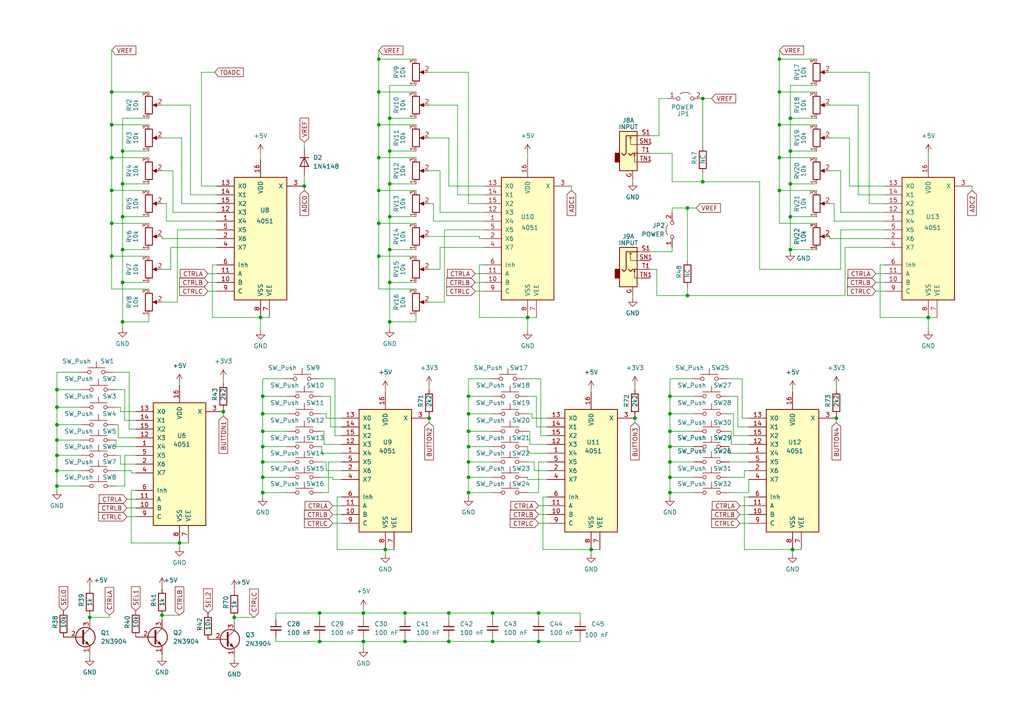
<source format=kicad_sch>
(kicad_sch (version 20211123) (generator eeschema)
  (paper "A4")
  (junction (at 109.855 17.145))
  (junction (at 16.51 127.635))
  (junction (at 142.875 177.8))
  (junction (at 226.06 26.67))
  (junction (at 135.89 120.015))
  (junction (at 229.235 53.34))
  (junction (at 52.07 157.48))
  (junction (at 76.2 129.54))
  (junction (at 117.475 186.055))
  (junction (at 35.56 53.34))
  (junction (at 194.31 142.875))
  (junction (at 184.15 121.285))
  (junction (at 203.835 28.575))
  (junction (at 64.77 119.38))
  (junction (at 16.51 140.97))
  (junction (at 194.31 125.095))
  (junction (at 109.855 36.195))
  (junction (at 16.51 123.19))
  (junction (at 16.51 136.525))
  (junction (at 229.235 34.29))
  (junction (at 35.56 72.39))
  (junction (at 109.855 26.67))
  (junction (at 226.06 45.72))
  (junction (at 16.51 118.11))
  (junction (at 16.51 113.03))
  (junction (at 113.03 72.39))
  (junction (at 113.03 62.865))
  (junction (at 76.2 125.095))
  (junction (at 113.03 43.815))
  (junction (at 135.89 133.985))
  (junction (at 32.385 74.295))
  (junction (at 156.21 177.8))
  (junction (at 226.06 55.245))
  (junction (at 153.035 92.075))
  (junction (at 76.2 138.43))
  (junction (at 135.89 114.935))
  (junction (at 111.76 159.385))
  (junction (at 135.89 125.095))
  (junction (at 194.31 114.935))
  (junction (at 130.175 186.055))
  (junction (at 109.855 55.245))
  (junction (at 194.31 138.43))
  (junction (at 229.235 72.39))
  (junction (at 109.855 45.72))
  (junction (at 199.39 85.725))
  (junction (at 199.39 60.325))
  (junction (at 229.87 159.385))
  (junction (at 88.265 53.975))
  (junction (at 35.56 62.865))
  (junction (at 135.89 129.54))
  (junction (at 171.45 159.385))
  (junction (at 35.56 43.815))
  (junction (at 156.21 186.055))
  (junction (at 242.57 121.285))
  (junction (at 105.41 186.055))
  (junction (at 32.385 45.72))
  (junction (at 16.51 132.08))
  (junction (at 76.2 114.935))
  (junction (at 113.03 93.345))
  (junction (at 113.03 34.29))
  (junction (at 229.235 62.865))
  (junction (at 35.56 81.915))
  (junction (at 105.41 177.8))
  (junction (at 92.71 177.8))
  (junction (at 46.99 178.435))
  (junction (at 92.71 186.055))
  (junction (at 32.385 26.67))
  (junction (at 32.385 64.77))
  (junction (at 76.2 120.015))
  (junction (at 269.24 92.075))
  (junction (at 32.385 36.195))
  (junction (at 229.235 43.815))
  (junction (at 35.56 93.345))
  (junction (at 142.875 186.055))
  (junction (at 76.2 133.985))
  (junction (at 113.03 81.915))
  (junction (at 194.31 133.985))
  (junction (at 109.855 64.77))
  (junction (at 124.46 121.285))
  (junction (at 67.945 179.07))
  (junction (at 130.175 177.8))
  (junction (at 109.855 74.295))
  (junction (at 194.31 129.54))
  (junction (at 226.06 36.195))
  (junction (at 32.385 55.245))
  (junction (at 135.89 142.875))
  (junction (at 203.835 52.705))
  (junction (at 26.035 179.07))
  (junction (at 75.565 92.075))
  (junction (at 117.475 177.8))
  (junction (at 194.31 120.015))
  (junction (at 135.89 138.43))
  (junction (at 226.06 17.145))
  (junction (at 76.2 142.875))
  (junction (at 113.03 53.34))
  (wire (pts (xy 76.2 129.54) (xy 83.185 129.54)))
  (wire (pts (xy 188.595 39.37) (xy 191.135 39.37)))
  (wire (pts (xy 39.37 137.16) (xy 38.1 137.16)))
  (wire (pts (xy 16.51 123.19) (xy 23.495 123.19)))
  (wire (pts (xy 248.92 56.515) (xy 256.54 56.515)))
  (wire (pts (xy 226.06 26.67) (xy 226.06 17.145)))
  (wire (pts (xy 33.655 132.08) (xy 34.925 132.08)))
  (wire (pts (xy 203.835 50.165) (xy 203.835 52.705)))
  (wire (pts (xy 93.345 125.095) (xy 93.98 125.095)))
  (wire (pts (xy 226.06 45.72) (xy 236.855 45.72)))
  (wire (pts (xy 130.175 40.005) (xy 130.175 53.975)))
  (wire (pts (xy 213.995 114.935) (xy 211.455 114.935)))
  (wire (pts (xy 242.57 121.285) (xy 242.57 122.555)))
  (wire (pts (xy 32.385 74.295) (xy 43.18 74.295)))
  (wire (pts (xy 153.035 139.065) (xy 153.035 138.43)))
  (wire (pts (xy 26.035 178.435) (xy 26.035 179.07)))
  (wire (pts (xy 153.035 44.45) (xy 153.035 46.355)))
  (wire (pts (xy 243.84 66.675) (xy 256.54 66.675)))
  (wire (pts (xy 62.865 69.215) (xy 46.99 69.215)))
  (wire (pts (xy 51.435 66.675) (xy 62.865 66.675)))
  (wire (pts (xy 105.41 176.53) (xy 105.41 177.8)))
  (wire (pts (xy 117.475 177.8) (xy 105.41 177.8)))
  (wire (pts (xy 211.455 133.985) (xy 217.17 133.985)))
  (wire (pts (xy 124.46 120.65) (xy 124.46 121.285)))
  (wire (pts (xy 127.635 49.53) (xy 127.635 61.595)))
  (wire (pts (xy 76.2 120.015) (xy 76.2 125.095)))
  (wire (pts (xy 113.03 81.915) (xy 113.03 93.345)))
  (wire (pts (xy 96.52 149.225) (xy 99.06 149.225)))
  (wire (pts (xy 109.855 17.145) (xy 120.65 17.145)))
  (wire (pts (xy 139.065 69.215) (xy 140.335 69.215)))
  (wire (pts (xy 153.67 128.905) (xy 158.75 128.905)))
  (wire (pts (xy 43.18 83.82) (xy 32.385 83.82)))
  (wire (pts (xy 92.71 184.785) (xy 92.71 186.055)))
  (wire (pts (xy 142.875 186.055) (xy 156.21 186.055)))
  (wire (pts (xy 109.855 26.67) (xy 120.65 26.67)))
  (wire (pts (xy 80.01 184.785) (xy 80.01 186.055)))
  (wire (pts (xy 32.385 64.77) (xy 43.18 64.77)))
  (wire (pts (xy 128.905 66.675) (xy 140.335 66.675)))
  (wire (pts (xy 124.46 20.955) (xy 135.89 20.955)))
  (wire (pts (xy 190.5 78.105) (xy 190.5 85.725)))
  (wire (pts (xy 33.655 118.11) (xy 34.925 118.11)))
  (wire (pts (xy 211.455 138.43) (xy 215.9 138.43)))
  (wire (pts (xy 124.46 59.055) (xy 125.73 59.055)))
  (wire (pts (xy 36.195 113.03) (xy 36.195 121.92)))
  (wire (pts (xy 142.875 186.055) (xy 130.175 186.055)))
  (wire (pts (xy 36.83 147.32) (xy 39.37 147.32)))
  (wire (pts (xy 33.655 129.54) (xy 39.37 129.54)))
  (wire (pts (xy 35.56 43.815) (xy 43.18 43.815)))
  (wire (pts (xy 229.235 43.815) (xy 229.235 53.34)))
  (wire (pts (xy 35.56 93.345) (xy 35.56 95.25)))
  (wire (pts (xy 135.89 114.935) (xy 142.875 114.935)))
  (wire (pts (xy 157.48 144.145) (xy 157.48 159.385)))
  (wire (pts (xy 130.175 186.055) (xy 117.475 186.055)))
  (wire (pts (xy 188.595 44.45) (xy 194.945 44.45)))
  (wire (pts (xy 109.855 74.295) (xy 120.65 74.295)))
  (wire (pts (xy 92.71 179.705) (xy 92.71 177.8)))
  (wire (pts (xy 93.345 131.445) (xy 99.06 131.445)))
  (wire (pts (xy 240.665 30.48) (xy 248.92 30.48)))
  (wire (pts (xy 88.265 41.275) (xy 88.265 43.18)))
  (wire (pts (xy 46.99 178.435) (xy 52.07 178.435)))
  (wire (pts (xy 242.57 120.65) (xy 242.57 121.285)))
  (wire (pts (xy 96.52 146.685) (xy 99.06 146.685)))
  (wire (pts (xy 240.665 20.955) (xy 252.095 20.955)))
  (wire (pts (xy 212.09 128.905) (xy 212.09 125.095)))
  (wire (pts (xy 48.26 64.135) (xy 62.865 64.135)))
  (wire (pts (xy 255.27 92.075) (xy 269.24 92.075)))
  (wire (pts (xy 43.18 53.34) (xy 35.56 53.34)))
  (wire (pts (xy 33.655 140.97) (xy 36.195 140.97)))
  (wire (pts (xy 124.46 87.63) (xy 128.905 87.63)))
  (wire (pts (xy 240.665 49.53) (xy 243.84 49.53)))
  (wire (pts (xy 135.89 114.935) (xy 135.89 120.015)))
  (wire (pts (xy 140.335 71.755) (xy 127.635 71.755)))
  (wire (pts (xy 229.87 159.385) (xy 229.87 160.655)))
  (wire (pts (xy 194.31 114.935) (xy 194.31 120.015)))
  (wire (pts (xy 96.52 151.765) (xy 99.06 151.765)))
  (wire (pts (xy 211.455 125.095) (xy 212.09 125.095)))
  (wire (pts (xy 16.51 127.635) (xy 23.495 127.635)))
  (wire (pts (xy 32.385 55.245) (xy 32.385 45.72)))
  (wire (pts (xy 37.465 124.46) (xy 39.37 124.46)))
  (wire (pts (xy 67.945 179.07) (xy 73.66 179.07)))
  (wire (pts (xy 190.5 85.725) (xy 199.39 85.725)))
  (wire (pts (xy 76.2 125.095) (xy 76.2 129.54)))
  (wire (pts (xy 16.51 132.08) (xy 23.495 132.08)))
  (wire (pts (xy 46.99 189.865) (xy 46.99 190.5)))
  (wire (pts (xy 127.635 71.755) (xy 127.635 78.105)))
  (wire (pts (xy 35.56 72.39) (xy 43.18 72.39)))
  (wire (pts (xy 211.455 131.445) (xy 211.455 129.54)))
  (wire (pts (xy 142.875 177.8) (xy 130.175 177.8)))
  (wire (pts (xy 109.855 45.72) (xy 120.65 45.72)))
  (wire (pts (xy 153.035 133.985) (xy 154.94 133.985)))
  (wire (pts (xy 229.87 159.385) (xy 232.41 159.385)))
  (wire (pts (xy 245.11 71.755) (xy 245.11 85.725)))
  (wire (pts (xy 35.56 72.39) (xy 35.56 81.915)))
  (wire (pts (xy 156.845 126.365) (xy 158.75 126.365)))
  (wire (pts (xy 109.855 74.295) (xy 109.855 64.77)))
  (wire (pts (xy 194.31 142.875) (xy 194.31 144.145)))
  (wire (pts (xy 46.99 87.63) (xy 51.435 87.63)))
  (wire (pts (xy 199.39 85.725) (xy 245.11 85.725)))
  (wire (pts (xy 135.89 138.43) (xy 135.89 142.875)))
  (wire (pts (xy 165.735 53.975) (xy 165.735 55.245)))
  (wire (pts (xy 194.31 138.43) (xy 201.295 138.43)))
  (wire (pts (xy 113.03 62.865) (xy 113.03 72.39)))
  (wire (pts (xy 229.235 62.865) (xy 236.855 62.865)))
  (wire (pts (xy 82.55 109.855) (xy 76.2 109.855)))
  (wire (pts (xy 156.21 151.765) (xy 158.75 151.765)))
  (wire (pts (xy 113.03 93.345) (xy 113.03 95.25)))
  (wire (pts (xy 158.75 123.825) (xy 155.575 123.825)))
  (wire (pts (xy 229.235 24.765) (xy 236.855 24.765)))
  (wire (pts (xy 124.46 111.76) (xy 124.46 113.03)))
  (wire (pts (xy 246.38 53.975) (xy 256.54 53.975)))
  (wire (pts (xy 191.135 28.575) (xy 193.675 28.575)))
  (wire (pts (xy 46.99 78.105) (xy 49.53 78.105)))
  (wire (pts (xy 95.25 133.985) (xy 95.25 142.875)))
  (wire (pts (xy 26.035 189.865) (xy 26.035 190.5)))
  (wire (pts (xy 142.875 177.8) (xy 156.21 177.8)))
  (wire (pts (xy 67.945 179.07) (xy 67.945 180.34)))
  (wire (pts (xy 76.2 114.935) (xy 83.185 114.935)))
  (wire (pts (xy 16.51 118.11) (xy 23.495 118.11)))
  (wire (pts (xy 130.175 177.8) (xy 130.175 179.705)))
  (wire (pts (xy 135.89 133.985) (xy 142.875 133.985)))
  (wire (pts (xy 194.31 120.015) (xy 201.295 120.015)))
  (wire (pts (xy 39.37 142.24) (xy 38.1 142.24)))
  (wire (pts (xy 76.2 125.095) (xy 83.185 125.095)))
  (wire (pts (xy 215.9 138.43) (xy 215.9 136.525)))
  (wire (pts (xy 88.265 50.8) (xy 88.265 53.975)))
  (wire (pts (xy 35.56 81.915) (xy 35.56 93.345)))
  (wire (pts (xy 184.15 120.65) (xy 184.15 121.285)))
  (wire (pts (xy 48.26 59.055) (xy 48.26 64.135)))
  (wire (pts (xy 120.65 53.34) (xy 113.03 53.34)))
  (wire (pts (xy 26.035 179.07) (xy 31.75 179.07)))
  (wire (pts (xy 67.945 190.5) (xy 67.945 191.135)))
  (wire (pts (xy 58.42 20.955) (xy 58.42 53.975)))
  (wire (pts (xy 241.935 64.135) (xy 256.54 64.135)))
  (wire (pts (xy 229.235 34.29) (xy 236.855 34.29)))
  (wire (pts (xy 171.45 159.385) (xy 171.45 160.655)))
  (wire (pts (xy 154.94 136.525) (xy 158.75 136.525)))
  (wire (pts (xy 135.89 142.875) (xy 135.89 144.145)))
  (wire (pts (xy 49.53 71.755) (xy 62.865 71.755)))
  (wire (pts (xy 155.575 114.935) (xy 153.035 114.935)))
  (wire (pts (xy 130.175 184.785) (xy 130.175 186.055)))
  (wire (pts (xy 229.235 53.34) (xy 229.235 62.865)))
  (wire (pts (xy 188.595 78.105) (xy 190.5 78.105)))
  (wire (pts (xy 135.89 125.095) (xy 135.89 129.54)))
  (wire (pts (xy 194.31 120.015) (xy 194.31 125.095)))
  (wire (pts (xy 183.515 52.07) (xy 183.515 52.705)))
  (wire (pts (xy 52.705 40.005) (xy 52.705 59.055)))
  (wire (pts (xy 226.06 36.195) (xy 226.06 26.67)))
  (wire (pts (xy 194.31 133.985) (xy 201.295 133.985)))
  (wire (pts (xy 246.38 40.005) (xy 246.38 53.975)))
  (wire (pts (xy 217.17 144.145) (xy 215.9 144.145)))
  (wire (pts (xy 156.21 146.685) (xy 158.75 146.685)))
  (wire (pts (xy 36.83 149.86) (xy 39.37 149.86)))
  (wire (pts (xy 135.89 142.875) (xy 142.875 142.875)))
  (wire (pts (xy 111.76 159.385) (xy 114.3 159.385)))
  (wire (pts (xy 188.595 73.025) (xy 194.945 73.025)))
  (wire (pts (xy 36.83 144.78) (xy 39.37 144.78)))
  (wire (pts (xy 113.03 53.34) (xy 113.03 62.865)))
  (wire (pts (xy 128.905 66.675) (xy 128.905 87.63)))
  (wire (pts (xy 229.235 43.815) (xy 236.855 43.815)))
  (wire (pts (xy 36.195 113.03) (xy 33.655 113.03)))
  (wire (pts (xy 226.06 14.605) (xy 226.06 17.145)))
  (wire (pts (xy 76.2 133.985) (xy 76.2 138.43)))
  (wire (pts (xy 111.76 159.385) (xy 111.76 160.655)))
  (wire (pts (xy 109.855 64.77) (xy 109.855 55.245)))
  (wire (pts (xy 105.41 184.785) (xy 105.41 186.055)))
  (wire (pts (xy 117.475 177.8) (xy 130.175 177.8)))
  (wire (pts (xy 46.99 178.435) (xy 46.99 179.705)))
  (wire (pts (xy 94.615 136.525) (xy 99.06 136.525)))
  (wire (pts (xy 229.235 72.39) (xy 229.235 73.025)))
  (wire (pts (xy 153.035 142.875) (xy 156.21 142.875)))
  (wire (pts (xy 113.03 24.765) (xy 120.65 24.765)))
  (wire (pts (xy 194.945 60.325) (xy 199.39 60.325)))
  (wire (pts (xy 254 81.915) (xy 256.54 81.915)))
  (wire (pts (xy 269.24 92.075) (xy 271.78 92.075)))
  (wire (pts (xy 60.325 79.375) (xy 62.865 79.375)))
  (wire (pts (xy 236.855 53.34) (xy 229.235 53.34)))
  (wire (pts (xy 80.01 177.8) (xy 92.71 177.8)))
  (wire (pts (xy 52.07 111.125) (xy 52.07 111.76)))
  (wire (pts (xy 113.03 43.815) (xy 113.03 34.29)))
  (wire (pts (xy 46.99 170.18) (xy 46.99 170.815)))
  (wire (pts (xy 255.27 76.835) (xy 255.27 92.075)))
  (wire (pts (xy 156.21 186.055) (xy 168.275 186.055)))
  (wire (pts (xy 153.035 92.075) (xy 153.035 95.885)))
  (wire (pts (xy 43.18 93.345) (xy 35.56 93.345)))
  (wire (pts (xy 156.21 149.225) (xy 158.75 149.225)))
  (wire (pts (xy 35.56 62.865) (xy 35.56 72.39)))
  (wire (pts (xy 113.03 72.39) (xy 120.65 72.39)))
  (wire (pts (xy 58.42 53.975) (xy 62.865 53.975)))
  (wire (pts (xy 67.945 170.815) (xy 67.945 171.45)))
  (wire (pts (xy 99.06 133.985) (xy 95.25 133.985)))
  (wire (pts (xy 269.24 92.075) (xy 269.24 95.885)))
  (wire (pts (xy 158.75 139.065) (xy 153.035 139.065)))
  (wire (pts (xy 33.655 136.525) (xy 38.1 136.525)))
  (wire (pts (xy 156.21 142.875) (xy 156.21 133.985)))
  (wire (pts (xy 120.65 93.345) (xy 113.03 93.345)))
  (wire (pts (xy 32.385 74.295) (xy 32.385 64.77)))
  (wire (pts (xy 36.195 132.08) (xy 36.195 140.97)))
  (wire (pts (xy 214.63 146.685) (xy 217.17 146.685)))
  (wire (pts (xy 93.98 128.905) (xy 99.06 128.905)))
  (wire (pts (xy 135.89 109.855) (xy 135.89 114.935)))
  (wire (pts (xy 124.46 121.285) (xy 124.46 122.555)))
  (wire (pts (xy 16.51 118.11) (xy 16.51 123.19)))
  (wire (pts (xy 94.615 121.285) (xy 94.615 120.015)))
  (wire (pts (xy 240.665 69.215) (xy 240.665 68.58)))
  (wire (pts (xy 124.46 49.53) (xy 127.635 49.53)))
  (wire (pts (xy 46.99 49.53) (xy 50.165 49.53)))
  (wire (pts (xy 117.475 179.705) (xy 117.475 177.8)))
  (wire (pts (xy 242.57 111.76) (xy 242.57 113.03)))
  (wire (pts (xy 76.2 142.875) (xy 83.185 142.875)))
  (wire (pts (xy 217.17 142.875) (xy 217.17 139.065)))
  (wire (pts (xy 194.31 114.935) (xy 201.295 114.935)))
  (wire (pts (xy 109.855 36.195) (xy 120.65 36.195)))
  (wire (pts (xy 97.155 109.855) (xy 97.155 126.365)))
  (wire (pts (xy 93.98 128.905) (xy 93.98 125.095)))
  (wire (pts (xy 60.325 84.455) (xy 62.865 84.455)))
  (wire (pts (xy 153.035 131.445) (xy 158.75 131.445)))
  (wire (pts (xy 226.06 55.245) (xy 226.06 45.72)))
  (wire (pts (xy 75.565 92.075) (xy 78.105 92.075)))
  (wire (pts (xy 226.06 17.145) (xy 236.855 17.145)))
  (wire (pts (xy 183.515 85.725) (xy 183.515 86.36)))
  (wire (pts (xy 94.615 121.285) (xy 99.06 121.285)))
  (wire (pts (xy 113.03 72.39) (xy 113.03 81.915)))
  (wire (pts (xy 220.345 78.105) (xy 243.84 78.105)))
  (wire (pts (xy 50.165 49.53) (xy 50.165 61.595)))
  (wire (pts (xy 135.89 59.055) (xy 140.335 59.055)))
  (wire (pts (xy 32.385 26.67) (xy 43.18 26.67)))
  (wire (pts (xy 35.56 53.34) (xy 35.56 62.865)))
  (wire (pts (xy 120.65 83.82) (xy 109.855 83.82)))
  (wire (pts (xy 16.51 140.97) (xy 16.51 142.24)))
  (wire (pts (xy 16.51 140.97) (xy 23.495 140.97)))
  (wire (pts (xy 75.565 44.45) (xy 75.565 46.355)))
  (wire (pts (xy 58.42 20.955) (xy 62.23 20.955)))
  (wire (pts (xy 34.29 127) (xy 34.29 123.19)))
  (wire (pts (xy 252.095 20.955) (xy 252.095 59.055)))
  (wire (pts (xy 215.9 159.385) (xy 229.87 159.385)))
  (wire (pts (xy 38.1 157.48) (xy 52.07 157.48)))
  (wire (pts (xy 203.835 28.575) (xy 203.835 42.545)))
  (wire (pts (xy 132.715 30.48) (xy 132.715 56.515)))
  (wire (pts (xy 194.31 125.095) (xy 194.31 129.54)))
  (wire (pts (xy 137.795 81.915) (xy 140.335 81.915)))
  (wire (pts (xy 157.48 159.385) (xy 171.45 159.385)))
  (wire (pts (xy 46.99 59.055) (xy 48.26 59.055)))
  (wire (pts (xy 156.21 177.8) (xy 156.21 179.705)))
  (wire (pts (xy 155.575 114.935) (xy 155.575 123.825)))
  (wire (pts (xy 194.31 129.54) (xy 194.31 133.985)))
  (wire (pts (xy 16.51 113.03) (xy 23.495 113.03)))
  (wire (pts (xy 137.795 79.375) (xy 140.335 79.375)))
  (wire (pts (xy 127.635 61.595) (xy 140.335 61.595)))
  (wire (pts (xy 109.855 83.82) (xy 109.855 74.295)))
  (wire (pts (xy 93.345 133.985) (xy 94.615 133.985)))
  (wire (pts (xy 46.99 40.005) (xy 52.705 40.005)))
  (wire (pts (xy 211.455 120.015) (xy 212.725 120.015)))
  (wire (pts (xy 194.31 142.875) (xy 201.295 142.875)))
  (wire (pts (xy 109.855 26.67) (xy 109.855 17.145)))
  (wire (pts (xy 109.855 36.195) (xy 109.855 26.67)))
  (wire (pts (xy 16.51 127.635) (xy 16.51 132.08)))
  (wire (pts (xy 46.99 69.215) (xy 46.99 68.58)))
  (wire (pts (xy 194.31 129.54) (xy 201.295 129.54)))
  (wire (pts (xy 194.31 109.855) (xy 194.31 114.935)))
  (wire (pts (xy 124.46 68.58) (xy 139.065 68.58)))
  (wire (pts (xy 156.21 133.985) (xy 158.75 133.985)))
  (wire (pts (xy 214.63 151.765) (xy 217.17 151.765)))
  (wire (pts (xy 50.165 61.595) (xy 62.865 61.595)))
  (wire (pts (xy 245.11 71.755) (xy 256.54 71.755)))
  (wire (pts (xy 109.855 14.605) (xy 109.855 17.145)))
  (wire (pts (xy 61.595 76.835) (xy 61.595 92.075)))
  (wire (pts (xy 16.51 113.03) (xy 16.51 118.11)))
  (wire (pts (xy 191.135 39.37) (xy 191.135 28.575)))
  (wire (pts (xy 76.2 138.43) (xy 76.2 142.875)))
  (wire (pts (xy 194.945 73.025) (xy 194.945 71.755)))
  (wire (pts (xy 269.24 44.45) (xy 269.24 46.355)))
  (wire (pts (xy 52.07 157.48) (xy 52.07 158.75)))
  (wire (pts (xy 168.275 177.8) (xy 168.275 179.705)))
  (wire (pts (xy 26.035 179.07) (xy 26.035 179.705)))
  (wire (pts (xy 38.1 137.16) (xy 38.1 136.525)))
  (wire (pts (xy 217.17 126.365) (xy 212.725 126.365)))
  (wire (pts (xy 199.39 60.325) (xy 199.39 75.565)))
  (wire (pts (xy 95.885 114.935) (xy 95.885 123.825)))
  (wire (pts (xy 153.035 125.095) (xy 153.67 125.095)))
  (wire (pts (xy 117.475 184.785) (xy 117.475 186.055)))
  (wire (pts (xy 16.51 132.08) (xy 16.51 136.525)))
  (wire (pts (xy 135.89 133.985) (xy 135.89 138.43)))
  (wire (pts (xy 75.565 92.075) (xy 75.565 95.885)))
  (wire (pts (xy 240.665 59.055) (xy 241.935 59.055)))
  (wire (pts (xy 137.795 84.455) (xy 140.335 84.455)))
  (wire (pts (xy 51.435 66.675) (xy 51.435 87.63)))
  (wire (pts (xy 226.06 36.195) (xy 236.855 36.195)))
  (wire (pts (xy 153.035 92.075) (xy 155.575 92.075)))
  (wire (pts (xy 32.385 45.72) (xy 43.18 45.72)))
  (wire (pts (xy 105.41 186.055) (xy 117.475 186.055)))
  (wire (pts (xy 97.155 126.365) (xy 99.06 126.365)))
  (wire (pts (xy 194.945 44.45) (xy 194.945 52.705)))
  (wire (pts (xy 211.455 131.445) (xy 217.17 131.445)))
  (wire (pts (xy 184.15 121.285) (xy 184.15 122.555)))
  (wire (pts (xy 76.2 142.875) (xy 76.2 144.145)))
  (wire (pts (xy 156.21 186.055) (xy 156.21 184.785)))
  (wire (pts (xy 55.245 30.48) (xy 55.245 56.515)))
  (wire (pts (xy 113.03 81.915) (xy 120.65 81.915)))
  (wire (pts (xy 52.705 59.055) (xy 62.865 59.055)))
  (wire (pts (xy 203.835 52.705) (xy 220.345 52.705)))
  (wire (pts (xy 88.265 53.975) (xy 88.265 55.245)))
  (wire (pts (xy 226.06 45.72) (xy 226.06 36.195)))
  (wire (pts (xy 32.385 64.77) (xy 32.385 55.245)))
  (wire (pts (xy 243.84 61.595) (xy 256.54 61.595)))
  (wire (pts (xy 93.345 131.445) (xy 93.345 129.54)))
  (wire (pts (xy 76.2 109.855) (xy 76.2 114.935)))
  (wire (pts (xy 194.945 61.595) (xy 194.945 60.325)))
  (wire (pts (xy 240.665 40.005) (xy 246.38 40.005)))
  (wire (pts (xy 35.56 43.815) (xy 35.56 53.34)))
  (wire (pts (xy 96.52 138.43) (xy 96.52 139.065)))
  (wire (pts (xy 241.935 59.055) (xy 241.935 64.135)))
  (wire (pts (xy 31.75 179.07) (xy 31.75 178.435)))
  (wire (pts (xy 38.1 142.24) (xy 38.1 157.48)))
  (wire (pts (xy 80.01 186.055) (xy 92.71 186.055)))
  (wire (pts (xy 62.865 76.835) (xy 61.595 76.835)))
  (wire (pts (xy 43.18 91.44) (xy 43.18 93.345)))
  (wire (pts (xy 97.79 144.145) (xy 97.79 159.385)))
  (wire (pts (xy 32.385 36.195) (xy 43.18 36.195)))
  (wire (pts (xy 226.06 26.67) (xy 236.855 26.67)))
  (wire (pts (xy 252.095 59.055) (xy 256.54 59.055)))
  (wire (pts (xy 135.89 120.015) (xy 142.875 120.015)))
  (wire (pts (xy 32.385 14.605) (xy 32.385 26.67)))
  (wire (pts (xy 215.265 121.285) (xy 215.265 109.855)))
  (wire (pts (xy 37.465 107.95) (xy 37.465 124.46)))
  (wire (pts (xy 61.595 92.075) (xy 75.565 92.075)))
  (wire (pts (xy 26.035 170.18) (xy 26.035 170.815)))
  (wire (pts (xy 39.37 132.08) (xy 36.195 132.08)))
  (wire (pts (xy 33.655 123.19) (xy 34.29 123.19)))
  (wire (pts (xy 33.655 129.54) (xy 33.655 127.635)))
  (wire (pts (xy 113.03 34.29) (xy 113.03 24.765)))
  (wire (pts (xy 93.345 138.43) (xy 96.52 138.43)))
  (wire (pts (xy 142.875 184.785) (xy 142.875 186.055)))
  (wire (pts (xy 154.305 121.285) (xy 158.75 121.285)))
  (wire (pts (xy 142.875 179.705) (xy 142.875 177.8)))
  (wire (pts (xy 254 79.375) (xy 256.54 79.375)))
  (wire (pts (xy 213.995 114.935) (xy 213.995 123.825)))
  (wire (pts (xy 156.845 109.855) (xy 156.845 126.365)))
  (wire (pts (xy 171.45 159.385) (xy 173.99 159.385)))
  (wire (pts (xy 76.2 114.935) (xy 76.2 120.015)))
  (wire (pts (xy 35.56 62.865) (xy 43.18 62.865)))
  (wire (pts (xy 76.2 133.985) (xy 83.185 133.985)))
  (wire (pts (xy 199.39 83.185) (xy 199.39 85.725)))
  (wire (pts (xy 34.925 119.38) (xy 34.925 118.11)))
  (wire (pts (xy 154.305 121.285) (xy 154.305 120.015)))
  (wire (pts (xy 80.01 179.705) (xy 80.01 177.8)))
  (wire (pts (xy 215.9 144.145) (xy 215.9 159.385)))
  (wire (pts (xy 105.41 186.055) (xy 105.41 187.96)))
  (wire (pts (xy 215.265 109.855) (xy 210.82 109.855)))
  (wire (pts (xy 113.03 43.815) (xy 120.65 43.815)))
  (wire (pts (xy 32.385 36.195) (xy 32.385 26.67)))
  (wire (pts (xy 140.335 76.835) (xy 139.065 76.835)))
  (wire (pts (xy 124.46 78.105) (xy 127.635 78.105)))
  (wire (pts (xy 35.56 34.29) (xy 43.18 34.29)))
  (wire (pts (xy 36.195 121.92) (xy 39.37 121.92)))
  (wire (pts (xy 229.235 34.29) (xy 229.235 24.765)))
  (wire (pts (xy 34.29 127) (xy 39.37 127)))
  (wire (pts (xy 184.15 111.76) (xy 184.15 113.03)))
  (wire (pts (xy 214.63 149.225) (xy 217.17 149.225)))
  (wire (pts (xy 92.71 177.8) (xy 105.41 177.8)))
  (wire (pts (xy 96.52 139.065) (xy 99.06 139.065)))
  (wire (pts (xy 139.065 68.58) (xy 139.065 69.215)))
  (wire (pts (xy 168.275 184.785) (xy 168.275 186.055)))
  (wire (pts (xy 35.56 43.815) (xy 35.56 34.29)))
  (wire (pts (xy 256.54 69.215) (xy 240.665 69.215)))
  (wire (pts (xy 35.56 81.915) (xy 43.18 81.915)))
  (wire (pts (xy 95.25 142.875) (xy 93.345 142.875)))
  (wire (pts (xy 34.925 132.08) (xy 34.925 134.62)))
  (wire (pts (xy 49.53 78.105) (xy 49.53 71.755)))
  (wire (pts (xy 111.76 113.03) (xy 111.76 113.665)))
  (wire (pts (xy 64.77 109.855) (xy 64.77 111.125)))
  (wire (pts (xy 194.31 138.43) (xy 194.31 142.875)))
  (wire (pts (xy 22.86 107.95) (xy 16.51 107.95)))
  (wire (pts (xy 109.855 64.77) (xy 120.65 64.77)))
  (wire (pts (xy 171.45 113.03) (xy 171.45 113.665)))
  (wire (pts (xy 194.31 133.985) (xy 194.31 138.43)))
  (wire (pts (xy 135.89 20.955) (xy 135.89 59.055)))
  (wire (pts (xy 135.89 129.54) (xy 142.875 129.54)))
  (wire (pts (xy 109.855 55.245) (xy 109.855 45.72)))
  (wire (pts (xy 153.67 128.905) (xy 153.67 125.095)))
  (wire (pts (xy 99.06 144.145) (xy 97.79 144.145)))
  (wire (pts (xy 254 84.455) (xy 256.54 84.455)))
  (wire (pts (xy 139.065 76.835) (xy 139.065 92.075)))
  (wire (pts (xy 212.725 126.365) (xy 212.725 120.015)))
  (wire (pts (xy 60.325 81.915) (xy 62.865 81.915)))
  (wire (pts (xy 194.945 52.705) (xy 203.835 52.705)))
  (wire (pts (xy 46.99 30.48) (xy 55.245 30.48)))
  (wire (pts (xy 156.21 177.8) (xy 168.275 177.8)))
  (wire (pts (xy 243.84 66.675) (xy 243.84 78.105)))
  (wire (pts (xy 142.24 109.855) (xy 135.89 109.855)))
  (wire (pts (xy 64.77 118.745) (xy 64.77 119.38)))
  (wire (pts (xy 97.155 109.855) (xy 92.71 109.855)))
  (wire (pts (xy 130.175 53.975) (xy 140.335 53.975)))
  (wire (pts (xy 125.73 64.135) (xy 140.335 64.135)))
  (wire (pts (xy 124.46 40.005) (xy 130.175 40.005)))
  (wire (pts (xy 158.75 144.145) (xy 157.48 144.145)))
  (wire (pts (xy 32.385 45.72) (xy 32.385 36.195)))
  (wire (pts (xy 135.89 120.015) (xy 135.89 125.095)))
  (wire (pts (xy 135.89 138.43) (xy 142.875 138.43)))
  (wire (pts (xy 32.385 55.245) (xy 43.18 55.245)))
  (wire (pts (xy 135.89 125.095) (xy 142.875 125.095)))
  (wire (pts (xy 16.51 136.525) (xy 16.51 140.97)))
  (wire (pts (xy 125.73 59.055) (xy 125.73 64.135)))
  (wire (pts (xy 76.2 138.43) (xy 83.185 138.43)))
  (wire (pts (xy 113.03 62.865) (xy 120.65 62.865)))
  (wire (pts (xy 76.2 129.54) (xy 76.2 133.985)))
  (wire (pts (xy 76.2 120.015) (xy 83.185 120.015)))
  (wire (pts (xy 95.885 123.825) (xy 99.06 123.825)))
  (wire (pts (xy 139.065 92.075) (xy 153.035 92.075)))
  (wire (pts (xy 124.46 30.48) (xy 132.715 30.48)))
  (wire (pts (xy 16.51 123.19) (xy 16.51 127.635)))
  (wire (pts (xy 194.31 125.095) (xy 201.295 125.095)))
  (wire (pts (xy 200.66 109.855) (xy 194.31 109.855)))
  (wire (pts (xy 94.615 133.985) (xy 94.615 136.525)))
  (wire (pts (xy 92.71 186.055) (xy 105.41 186.055)))
  (wire (pts (xy 105.41 177.8) (xy 105.41 179.705)))
  (wire (pts (xy 95.885 114.935) (xy 93.345 114.935)))
  (wire (pts (xy 132.715 56.515) (xy 140.335 56.515)))
  (wire (pts (xy 215.9 136.525) (xy 217.17 136.525)))
  (wire (pts (xy 120.65 91.44) (xy 120.65 93.345)))
  (wire (pts (xy 109.855 55.245) (xy 120.65 55.245)))
  (wire (pts (xy 113.03 34.29) (xy 120.65 34.29)))
  (wire (pts (xy 113.03 43.815) (xy 113.03 53.34)))
  (wire (pts (xy 226.06 64.77) (xy 236.855 64.77)))
  (wire (pts (xy 243.84 49.53) (xy 243.84 61.595)))
  (wire (pts (xy 16.51 136.525) (xy 23.495 136.525)))
  (wire (pts (xy 217.17 121.285) (xy 215.265 121.285)))
  (wire (pts (xy 52.07 157.48) (xy 54.61 157.48)))
  (wire (pts (xy 220.345 78.105) (xy 220.345 52.705)))
  (wire (pts (xy 16.51 107.95) (xy 16.51 113.03)))
  (wire (pts (xy 217.17 123.825) (xy 213.995 123.825)))
  (wire (pts (xy 281.94 53.975) (xy 281.94 55.245)))
  (wire (pts (xy 93.345 120.015) (xy 94.615 120.015)))
  (wire (pts (xy 34.925 119.38) (xy 39.37 119.38)))
  (wire (pts (xy 64.77 119.38) (xy 64.77 120.65)))
  (wire (pts (xy 153.035 131.445) (xy 153.035 129.54)))
  (wire (pts (xy 212.09 128.905) (xy 217.17 128.905)))
  (wire (pts (xy 203.835 28.575) (xy 206.375 28.575)))
  (wire (pts (xy 256.54 76.835) (xy 255.27 76.835)))
  (wire (pts (xy 229.87 113.03) (xy 229.87 113.665)))
  (wire (pts (xy 154.94 133.985) (xy 154.94 136.525)))
  (wire (pts (xy 229.235 43.815) (xy 229.235 34.29)))
  (wire (pts (xy 211.455 142.875) (xy 217.17 142.875)))
  (wire (pts (xy 32.385 83.82) (xy 32.385 74.295)))
  (wire (pts (xy 156.845 109.855) (xy 152.4 109.855)))
  (wire (pts (xy 109.855 45.72) (xy 109.855 36.195)))
  (wire (pts (xy 229.235 72.39) (xy 236.855 72.39)))
  (wire (pts (xy 153.035 120.015) (xy 154.305 120.015)))
  (wire (pts (xy 37.465 107.95) (xy 33.02 107.95)))
  (wire (pts (xy 135.89 129.54) (xy 135.89 133.985)))
  (wire (pts (xy 97.79 159.385) (xy 111.76 159.385)))
  (wire (pts (xy 229.235 62.865) (xy 229.235 72.39)))
  (wire (pts (xy 199.39 60.325) (xy 201.93 60.325)))
  (wire (pts (xy 248.92 30.48) (xy 248.92 56.515)))
  (wire (pts (xy 34.925 134.62) (xy 39.37 134.62)))
  (wire (pts (xy 55.245 56.515) (xy 62.865 56.515)))
  (wire (pts (xy 226.06 64.77) (xy 226.06 55.245)))
  (wire (pts (xy 226.06 55.245) (xy 236.855 55.245)))
  (global_label "VREF" (shape input) (at 226.06 14.605 0) (property "Intersheet References" "${INTERSHEET_REFS}" (effects hide)))
  (global_label "CTRLC" (shape input) (at 214.63 151.765 180) (property "Intersheet References" "${INTERSHEET_REFS}" (effects hide)))
  (global_label "VREF" (shape input) (at 32.385 14.605 0) (property "Intersheet References" "${INTERSHEET_REFS}" (effects hide)))
  (global_label "CTRLB" (shape input) (at 36.83 147.32 180) (property "Intersheet References" "${INTERSHEET_REFS}" (effects hide)))
  (global_label "CTRLB" (shape input) (at 60.325 81.915 180) (property "Intersheet References" "${INTERSHEET_REFS}" (effects hide)))
  (global_label "CTRLA" (shape input) (at 254 79.375 180) (property "Intersheet References" "${INTERSHEET_REFS}" (effects hide)))
  (global_label "CTRLC" (shape input) (at 156.21 151.765 180) (property "Intersheet References" "${INTERSHEET_REFS}" (effects hide)))
  (global_label "CTRLA" (shape input) (at 96.52 146.685 180) (property "Intersheet References" "${INTERSHEET_REFS}" (effects hide)))
  (global_label "CTRLC" (shape input) (at 36.83 149.86 180) (property "Intersheet References" "${INTERSHEET_REFS}" (effects hide)))
  (global_label "CTRLA" (shape input) (at 137.795 79.375 180) (property "Intersheet References" "${INTERSHEET_REFS}" (effects hide)))
  (global_label "CTRLB" (shape input) (at 52.07 178.435 90) (property "Intersheet References" "${INTERSHEET_REFS}" (effects hide)))
  (global_label "TOADC" (shape input) (at 62.23 20.955 0) (property "Intersheet References" "${INTERSHEET_REFS}" (effects hide)))
  (global_label "ADC0" (shape input) (at 88.265 55.245 270) (property "Intersheet References" "${INTERSHEET_REFS}" (effects hide)))
  (global_label "ADC1" (shape input) (at 165.735 55.245 270) (property "Intersheet References" "${INTERSHEET_REFS}" (effects hide)))
  (global_label "VREF" (shape input) (at 201.93 60.325 0) (property "Intersheet References" "${INTERSHEET_REFS}" (effects hide)))
  (global_label "CTRLC" (shape input) (at 60.325 84.455 180) (property "Intersheet References" "${INTERSHEET_REFS}" (effects hide)))
  (global_label "CTRLB" (shape input) (at 214.63 149.225 180) (property "Intersheet References" "${INTERSHEET_REFS}" (effects hide)))
  (global_label "CTRLC" (shape input) (at 96.52 151.765 180) (property "Intersheet References" "${INTERSHEET_REFS}" (effects hide)))
  (global_label "BUTTON2" (shape input) (at 124.46 122.555 270) (property "Intersheet References" "${INTERSHEET_REFS}" (effects hide)))
  (global_label "CTRLB" (shape input) (at 254 81.915 180) (property "Intersheet References" "${INTERSHEET_REFS}" (effects hide)))
  (global_label "CTRLC" (shape input) (at 137.795 84.455 180) (property "Intersheet References" "${INTERSHEET_REFS}" (effects hide)))
  (global_label "CTRLA" (shape input) (at 36.83 144.78 180) (property "Intersheet References" "${INTERSHEET_REFS}" (effects hide)))
  (global_label "VREF" (shape input) (at 109.855 14.605 0) (property "Intersheet References" "${INTERSHEET_REFS}" (effects hide)))
  (global_label "CTRLC" (shape input) (at 73.66 179.07 90) (property "Intersheet References" "${INTERSHEET_REFS}" (effects hide)))
  (global_label "BUTTON4" (shape input) (at 242.57 122.555 270) (property "Intersheet References" "${INTERSHEET_REFS}" (effects hide)))
  (global_label "CTRLB" (shape input) (at 137.795 81.915 180) (property "Intersheet References" "${INTERSHEET_REFS}" (effects hide)))
  (global_label "VREF" (shape input) (at 88.265 41.275 90) (property "Intersheet References" "${INTERSHEET_REFS}" (effects hide)))
  (global_label "CTRLB" (shape input) (at 156.21 149.225 180) (property "Intersheet References" "${INTERSHEET_REFS}" (effects hide)))
  (global_label "CTRLC" (shape input) (at 254 84.455 180) (property "Intersheet References" "${INTERSHEET_REFS}" (effects hide)))
  (global_label "CTRLA" (shape input) (at 156.21 146.685 180) (property "Intersheet References" "${INTERSHEET_REFS}" (effects hide)))
  (global_label "CTRLA" (shape input) (at 214.63 146.685 180) (property "Intersheet References" "${INTERSHEET_REFS}" (effects hide)))
  (global_label "SEL0" (shape input) (at 18.415 177.165 90) (property "Intersheet References" "${INTERSHEET_REFS}" (effects hide)))
  (global_label "CTRLA" (shape input) (at 60.325 79.375 180) (property "Intersheet References" "${INTERSHEET_REFS}" (effects hide)))
  (global_label "ADC2" (shape input) (at 281.94 55.245 270) (property "Intersheet References" "${INTERSHEET_REFS}" (effects hide)))
  (global_label "SEL2" (shape input) (at 60.325 177.8 90) (property "Intersheet References" "${INTERSHEET_REFS}" (effects hide)))
  (global_label "VREF" (shape input) (at 206.375 28.575 0) (property "Intersheet References" "${INTERSHEET_REFS}" (effects hide)))
  (global_label "CTRLB" (shape input) (at 96.52 149.225 180) (property "Intersheet References" "${INTERSHEET_REFS}" (effects hide)))
  (global_label "SEL1" (shape input) (at 39.37 177.165 90) (property "Intersheet References" "${INTERSHEET_REFS}" (effects hide)))
  (global_label "CTRLA" (shape input) (at 31.75 178.435 90) (property "Intersheet References" "${INTERSHEET_REFS}" (effects hide)))
  (global_label "BUTTON1" (shape input) (at 64.77 120.65 270) (property "Intersheet References" "${INTERSHEET_REFS}" (effects hide)))
  (global_label "BUTTON3" (shape input) (at 184.15 122.555 270) (property "Intersheet References" "${INTERSHEET_REFS}" (effects hide)))
  (symbol (lib_id "Connector:AudioJack2_Dual_Ground_Switch") (at 183.515 78.105 0) (unit 1)
    (property "Reference" "J9" (at 182.245 68.58 0))
    (property "Value" "INPUT" (at 182.245 70.485 0))
    (property "Footprint" "TrebleSynth:PJ-3240-35mm-stereo" (effects hide))
  )
  (symbol (lib_id "Switch:SW_Push") (at 28.575 123.19 0) (unit 1)
    (property "Reference" "SW4" (at 31.75 120.015 0))
    (property "Value" "SW_Push" (at 22.86 120.015 0))
    (property "Footprint" "Button_Switch_THT:SW_PUSH_6mm" (effects hide))
  )
  (symbol (lib_id "power:GND") (at 229.87 160.655 0) (unit 1)
    (property "Reference" "#PWR0149" (effects hide))
    (property "Value" "GND" (at 229.87 165.1 0))
  )
  (symbol (lib_id "Switch:SW_Push") (at 28.575 127.635 0) (unit 1)
    (property "Reference" "SW5" (at 31.75 125.095 0))
    (property "Value" "SW_Push" (at 22.86 125.095 0))
    (property "Footprint" "Button_Switch_THT:SW_PUSH_6mm" (effects hide))
  )
  (symbol (lib_id "power:GND") (at 183.515 52.705 0) (unit 1)
    (property "Reference" "#PWR0153" (effects hide))
    (property "Value" "GND" (at 183.515 57.15 0))
  )
  (symbol (lib_id "power:+5V") (at 52.07 111.125 0) (unit 1)
    (property "Reference" "#PWR0144" (effects hide))
    (property "Value" "+5V" (at 52.07 106.045 0))
  )
  (symbol (lib_id "power:+5V") (at 153.035 44.45 0) (unit 1)
    (property "Reference" "#PWR0174" (effects hide))
    (property "Value" "+5V" (at 153.035 39.37 0))
  )
  (symbol (lib_id "Device:R_Potentiometer") (at 43.18 40.005 0) (mirror x) (unit 1)
    (property "Reference" "RV3" (at 37.465 40.005 90))
    (property "Value" "10k" (at 39.37 40.005 90))
    (property "Footprint" "Potentiometer_THT:Potentiometer_Alps_RK09K_Single_Vertical" (effects hide))
  )
  (symbol (lib_id "Device:R") (at 203.835 46.355 0) (unit 1)
    (property "Reference" "R47" (at 201.422 47.752 90) (effects (justify left)))
    (property "Value" "NC" (at 203.835 47.625 90) (effects (justify left)))
    (property "Footprint" "Resistor_THT:R_Axial_DIN0207_L6.3mm_D2.5mm_P7.62mm_Horizontal" (effects hide))
  )
  (symbol (lib_id "power:GND") (at 16.51 142.24 0) (unit 1)
    (property "Reference" "#PWR0136" (effects hide))
    (property "Value" "GND" (at 16.51 146.685 0))
  )
  (symbol (lib_id "Device:R_Potentiometer") (at 120.65 59.055 0) (mirror x) (unit 1)
    (property "Reference" "RV13" (at 114.935 59.055 90))
    (property "Value" "10k" (at 116.84 59.055 90))
    (property "Footprint" "Potentiometer_THT:Potentiometer_Alps_RK09K_Single_Vertical" (effects hide))
  )
  (symbol (lib_id "Device:R") (at 67.945 175.26 0) (unit 1)
    (property "Reference" "R70" (at 65.532 176.657 90) (effects (justify left)))
    (property "Value" "1k" (at 67.945 176.53 90) (effects (justify left)))
    (property "Footprint" "Resistor_THT:R_Axial_DIN0207_L6.3mm_D2.5mm_P7.62mm_Horizontal" (effects hide))
  )
  (symbol (lib_id "power:GND") (at 75.565 95.885 0) (unit 1)
    (property "Reference" "#PWR0147" (effects hide))
    (property "Value" "GND" (at 75.565 100.33 0))
  )
  (symbol (lib_id "Device:R_Potentiometer") (at 43.18 78.105 0) (mirror x) (unit 1)
    (property "Reference" "RV7" (at 37.465 78.105 90))
    (property "Value" "10k" (at 39.37 78.105 90))
    (property "Footprint" "Potentiometer_THT:Potentiometer_Alps_RK09K_Single_Vertical" (effects hide))
  )
  (symbol (lib_id "Switch:SW_Push") (at 88.265 120.015 0) (unit 1)
    (property "Reference" "SW11" (at 91.44 116.84 0))
    (property "Value" "SW_Push" (at 82.55 116.84 0))
    (property "Footprint" "Button_Switch_THT:SW_PUSH_6mm" (effects hide))
  )
  (symbol (lib_id "Device:C_Small") (at 142.875 182.245 0) (unit 1)
    (property "Reference" "C43" (at 146.05 180.9812 0) (effects (justify left)))
    (property "Value" "100 nF" (at 146.05 183.5212 0) (effects (justify left)))
    (property "Footprint" "Capacitor_THT:C_Disc_D5.0mm_W2.5mm_P5.00mm" (effects hide))
  )
  (symbol (lib_id "Device:R_Potentiometer") (at 236.855 68.58 0) (mirror x) (unit 1)
    (property "Reference" "RV22" (at 231.14 68.58 90))
    (property "Value" "10k" (at 233.045 68.58 90))
    (property "Footprint" "Potentiometer_THT:Potentiometer_Alps_RK09K_Single_Vertical" (effects hide))
  )
  (symbol (lib_id "Device:R") (at 26.035 174.625 0) (unit 1)
    (property "Reference" "R39" (at 23.622 176.022 90) (effects (justify left)))
    (property "Value" "1k" (at 26.035 175.895 90) (effects (justify left)))
    (property "Footprint" "Resistor_THT:R_Axial_DIN0207_L6.3mm_D2.5mm_P7.62mm_Horizontal" (effects hide))
  )
  (symbol (lib_id "power:+3V3") (at 124.46 111.76 0) (unit 1)
    (property "Reference" "#PWR0150" (effects hide))
    (property "Value" "+3V3" (at 124.46 106.68 0))
  )
  (symbol (lib_id "Switch:SW_Push") (at 28.575 118.11 0) (unit 1)
    (property "Reference" "SW3" (at 31.75 114.935 0))
    (property "Value" "SW_Push" (at 22.86 114.935 0))
    (property "Footprint" "Button_Switch_THT:SW_PUSH_6mm" (effects hide))
  )
  (symbol (lib_id "4xxx:4051") (at 269.24 69.215 0) (unit 1)
    (property "Reference" "U13" (at 270.51 62.865 0))
    (property "Value" "4051" (at 270.51 66.04 0))
    (property "Footprint" "Package_DIP:DIP-16_W7.62mm_Socket" (effects hide))
    (property "Datasheet" "http://www.intersil.com/content/dam/Intersil/documents/cd40/cd4051bms-52bms-53bms.pdf" (effects hide))
  )
  (symbol (lib_id "Device:C_Small") (at 105.41 182.245 0) (unit 1)
    (property "Reference" "C30" (at 108.585 180.9812 0) (effects (justify left)))
    (property "Value" "100 nF" (at 108.585 183.5212 0) (effects (justify left)))
    (property "Footprint" "Capacitor_THT:C_Disc_D5.0mm_W2.5mm_P5.00mm" (effects hide))
  )
  (symbol (lib_id "power:GND") (at 113.03 95.25 0) (unit 1)
    (property "Reference" "#PWR0179" (effects hide))
    (property "Value" "GND" (at 113.03 99.695 0))
  )
  (symbol (lib_id "Device:R_Potentiometer") (at 120.65 87.63 0) (mirror x) (unit 1)
    (property "Reference" "RV16" (at 114.935 87.63 90))
    (property "Value" "10k" (at 116.84 87.63 90))
    (property "Footprint" "Potentiometer_THT:Potentiometer_Alps_RK09K_Single_Vertical" (effects hide))
  )
  (symbol (lib_id "4xxx:4051") (at 52.07 134.62 0) (unit 1)
    (property "Reference" "U6" (at 52.705 126.365 0))
    (property "Value" "4051" (at 52.705 128.905 0))
    (property "Footprint" "Package_DIP:DIP-16_W7.62mm_Socket" (effects hide))
    (property "Datasheet" "http://www.intersil.com/content/dam/Intersil/documents/cd40/cd4051bms-52bms-53bms.pdf" (effects hide))
  )
  (symbol (lib_id "Switch:SW_Push") (at 27.94 107.95 0) (unit 1)
    (property "Reference" "SW1" (at 31.115 104.775 0))
    (property "Value" "SW_Push" (at 22.225 104.775 0))
    (property "Footprint" "Button_Switch_THT:SW_PUSH_6mm" (effects hide))
  )
  (symbol (lib_id "Switch:SW_Push") (at 147.955 129.54 0) (unit 1)
    (property "Reference" "SW21" (at 151.13 127 0))
    (property "Value" "SW_Push" (at 142.24 127 0))
    (property "Footprint" "Button_Switch_THT:SW_PUSH_6mm" (effects hide))
  )
  (symbol (lib_id "Switch:SW_Push") (at 88.265 142.875 0) (unit 1)
    (property "Reference" "SW16" (at 91.44 140.335 0))
    (property "Value" "SW_Push" (at 82.55 140.335 0))
    (property "Footprint" "Button_Switch_THT:SW_PUSH_6mm" (effects hide))
  )
  (symbol (lib_id "Device:C_Small") (at 117.475 182.245 0) (unit 1)
    (property "Reference" "C41" (at 120.65 180.9812 0) (effects (justify left)))
    (property "Value" "100 nF" (at 120.65 183.5212 0) (effects (justify left)))
    (property "Footprint" "Capacitor_THT:C_Disc_D5.0mm_W2.5mm_P5.00mm" (effects hide))
  )
  (symbol (lib_id "power:GND") (at 111.76 160.655 0) (unit 1)
    (property "Reference" "#PWR0177" (effects hide))
    (property "Value" "GND" (at 111.76 165.1 0))
  )
  (symbol (lib_id "power:GND") (at 229.235 73.025 0) (unit 1)
    (property "Reference" "#PWR0156" (effects hide))
    (property "Value" "GND" (at 233.045 74.93 0))
  )
  (symbol (lib_id "Device:D") (at 88.265 46.99 270) (unit 1)
    (property "Reference" "D2" (at 90.805 45.7199 90) (effects (justify left)))
    (property "Value" "1N4148" (at 90.805 48.2599 90) (effects (justify left)))
    (property "Footprint" "Diode_THT:D_DO-35_SOD27_P7.62mm_Horizontal" (effects hide))
  )
  (symbol (lib_id "power:+5V") (at 75.565 44.45 0) (unit 1)
    (property "Reference" "#PWR0175" (effects hide))
    (property "Value" "+5V" (at 75.565 39.37 0))
  )
  (symbol (lib_id "power:+3V3") (at 64.77 109.855 0) (unit 1)
    (property "Reference" "#PWR0112" (effects hide))
    (property "Value" "+3V3" (at 64.77 104.775 0))
  )
  (symbol (lib_id "Device:C_Small") (at 156.21 182.245 0) (unit 1)
    (property "Reference" "C44" (at 159.385 180.9812 0) (effects (justify left)))
    (property "Value" "100 nF" (at 159.385 183.5212 0) (effects (justify left)))
    (property "Footprint" "Capacitor_THT:C_Disc_D5.0mm_W2.5mm_P5.00mm" (effects hide))
  )
  (symbol (lib_id "Device:R") (at 46.99 174.625 0) (unit 1)
    (property "Reference" "R41" (at 44.577 176.022 90) (effects (justify left)))
    (property "Value" "1k" (at 46.99 175.895 90) (effects (justify left)))
    (property "Footprint" "Resistor_THT:R_Axial_DIN0207_L6.3mm_D2.5mm_P7.62mm_Horizontal" (effects hide))
  )
  (symbol (lib_id "Switch:SW_Push") (at 28.575 140.97 0) (unit 1)
    (property "Reference" "SW8" (at 31.75 138.43 0))
    (property "Value" "SW_Push" (at 22.86 138.43 0))
    (property "Footprint" "Button_Switch_THT:SW_PUSH_6mm" (effects hide))
  )
  (symbol (lib_id "Device:C_Small") (at 80.01 182.245 0) (unit 1)
    (property "Reference" "C28" (at 83.185 180.9812 0) (effects (justify left)))
    (property "Value" "100 nF" (at 83.185 183.5212 0) (effects (justify left)))
    (property "Footprint" "Capacitor_THT:C_Disc_D5.0mm_W2.5mm_P5.00mm" (effects hide))
  )
  (symbol (lib_id "Jumper:Jumper_2_Open") (at 194.945 66.675 90) (unit 1)
    (property "Reference" "JP2" (at 189.23 65.405 90) (effects (justify right)))
    (property "Value" "POWER" (at 186.055 67.945 90) (effects (justify right)))
    (property "Footprint" "Connector_PinHeader_2.54mm:PinHeader_1x02_P2.54mm_Vertical" (effects hide))
  )
  (symbol (lib_id "Switch:SW_Push") (at 88.265 133.985 0) (unit 1)
    (property "Reference" "SW14" (at 91.44 131.445 0))
    (property "Value" "SW_Push" (at 82.55 131.445 0))
    (property "Footprint" "Button_Switch_THT:SW_PUSH_6mm" (effects hide))
  )
  (symbol (lib_id "Transistor_BJT:2N3904") (at 23.495 184.785 0) (unit 1)
    (property "Reference" "Q1" (at 29.21 183.5149 0) (effects (justify left)))
    (property "Value" "2N3904" (at 29.21 186.0549 0) (effects (justify left)))
    (property "Footprint" "Package_TO_SOT_THT:TO-92_Inline_Wide" (effects hide))
    (property "Datasheet" "https://www.onsemi.com/pub/Collateral/2N3903-D.PDF" (effects hide))
  )
  (symbol (lib_id "power:+3V3") (at 184.15 111.76 0) (unit 1)
    (property "Reference" "#PWR0145" (effects hide))
    (property "Value" "+3V3" (at 184.15 106.68 0))
  )
  (symbol (lib_id "power:GND") (at 153.035 95.885 0) (unit 1)
    (property "Reference" "#PWR0178" (effects hide))
    (property "Value" "GND" (at 153.035 100.33 0))
  )
  (symbol (lib_id "power:+5V") (at 269.24 44.45 0) (unit 1)
    (property "Reference" "#PWR0173" (effects hide))
    (property "Value" "+5V" (at 269.24 39.37 0))
  )
  (symbol (lib_id "Switch:SW_Push") (at 28.575 132.08 0) (unit 1)
    (property "Reference" "SW6" (at 31.75 129.54 0))
    (property "Value" "SW_Push" (at 22.86 129.54 0))
    (property "Footprint" "Button_Switch_THT:SW_PUSH_6mm" (effects hide))
  )
  (symbol (lib_id "Switch:SW_Push") (at 88.265 125.095 0) (unit 1)
    (property "Reference" "SW12" (at 91.44 121.92 0))
    (property "Value" "SW_Push" (at 82.55 121.92 0))
    (property "Footprint" "Button_Switch_THT:SW_PUSH_6mm" (effects hide))
  )
  (symbol (lib_id "Switch:SW_Push") (at 28.575 136.525 0) (unit 1)
    (property "Reference" "SW7" (at 31.75 133.985 0))
    (property "Value" "SW_Push" (at 22.86 133.985 0))
    (property "Footprint" "Button_Switch_THT:SW_PUSH_6mm" (effects hide))
  )
  (symbol (lib_id "Switch:SW_Push") (at 147.955 142.875 0) (unit 1)
    (property "Reference" "SW24" (at 151.13 140.335 0))
    (property "Value" "SW_Push" (at 142.24 140.335 0))
    (property "Footprint" "Button_Switch_THT:SW_PUSH_6mm" (effects hide))
  )
  (symbol (lib_id "power:GND") (at 105.41 187.96 0) (unit 1)
    (property "Reference" "#PWR0183" (effects hide))
    (property "Value" "GND" (at 105.41 192.405 0))
  )
  (symbol (lib_id "4xxx:4051") (at 171.45 136.525 0) (unit 1)
    (property "Reference" "U11" (at 172.085 128.27 0))
    (property "Value" "4051" (at 172.085 130.81 0))
    (property "Footprint" "Package_DIP:DIP-16_W7.62mm_Socket" (effects hide))
    (property "Datasheet" "http://www.intersil.com/content/dam/Intersil/documents/cd40/cd4051bms-52bms-53bms.pdf" (effects hide))
  )
  (symbol (lib_id "Device:R_Potentiometer") (at 120.65 68.58 0) (mirror x) (unit 1)
    (property "Reference" "RV14" (at 114.935 68.58 90))
    (property "Value" "10k" (at 116.84 68.58 90))
    (property "Footprint" "Potentiometer_THT:Potentiometer_Alps_RK09K_Single_Vertical" (effects hide))
  )
  (symbol (lib_id "4xxx:4051") (at 153.035 69.215 0) (unit 1)
    (property "Reference" "U10" (at 153.035 62.865 0))
    (property "Value" "4051" (at 153.67 66.04 0))
    (property "Footprint" "Package_DIP:DIP-16_W7.62mm_Socket" (effects hide))
    (property "Datasheet" "http://www.intersil.com/content/dam/Intersil/documents/cd40/cd4051bms-52bms-53bms.pdf" (effects hide))
  )
  (symbol (lib_id "power:+5V") (at 105.41 176.53 0) (unit 1)
    (property "Reference" "#PWR0182" (effects hide))
    (property "Value" "+5V" (at 105.41 171.45 0))
  )
  (symbol (lib_id "Device:R_Potentiometer") (at 236.855 49.53 0) (mirror x) (unit 1)
    (property "Reference" "RV20" (at 231.14 49.53 90))
    (property "Value" "10k" (at 233.045 49.53 90))
    (property "Footprint" "Potentiometer_THT:Potentiometer_Alps_RK09K_Single_Vertical" (effects hide))
  )
  (symbol (lib_id "power:GND") (at 76.2 144.145 0) (unit 1)
    (property "Reference" "#PWR0146" (effects hide))
    (property "Value" "GND" (at 76.2 148.59 0))
  )
  (symbol (lib_id "4xxx:4051") (at 75.565 69.215 0) (unit 1)
    (property "Reference" "U8" (at 76.835 60.96 0))
    (property "Value" "4051" (at 76.835 64.135 0))
    (property "Footprint" "Package_DIP:DIP-16_W7.62mm_Socket" (effects hide))
    (property "Datasheet" "http://www.intersil.com/content/dam/Intersil/documents/cd40/cd4051bms-52bms-53bms.pdf" (effects hide))
  )
  (symbol (lib_id "Switch:SW_Push") (at 206.375 129.54 0) (unit 1)
    (property "Reference" "SW29" (at 209.55 127 0))
    (property "Value" "SW_Push" (at 200.66 127 0))
    (property "Footprint" "Button_Switch_THT:SW_PUSH_6mm" (effects hide))
  )
  (symbol (lib_id "Device:R_Potentiometer") (at 236.855 30.48 0) (mirror x) (unit 1)
    (property "Reference" "RV18" (at 231.14 30.48 90))
    (property "Value" "10k" (at 233.045 30.48 90))
    (property "Footprint" "Potentiometer_THT:Potentiometer_Alps_RK09K_Single_Vertical" (effects hide))
  )
  (symbol (lib_id "Device:R") (at 18.415 180.975 0) (unit 1)
    (property "Reference" "R38" (at 16.002 182.372 90) (effects (justify left)))
    (property "Value" "10k" (at 18.415 182.245 90) (effects (justify left)))
    (property "Footprint" "Resistor_THT:R_Axial_DIN0207_L6.3mm_D2.5mm_P7.62mm_Horizontal" (effects hide))
  )
  (symbol (lib_id "Device:R_Potentiometer") (at 43.18 68.58 0) (mirror x) (unit 1)
    (property "Reference" "RV6" (at 37.465 68.58 90))
    (property "Value" "10k" (at 39.37 68.58 90))
    (property "Footprint" "Potentiometer_THT:Potentiometer_Alps_RK09K_Single_Vertical" (effects hide))
  )
  (symbol (lib_id "Switch:SW_Push") (at 147.955 114.935 0) (unit 1)
    (property "Reference" "SW18" (at 151.13 111.76 0))
    (property "Value" "SW_Push" (at 142.24 111.76 0))
    (property "Footprint" "Button_Switch_THT:SW_PUSH_6mm" (effects hide))
  )
  (symbol (lib_id "Switch:SW_Push") (at 206.375 142.875 0) (unit 1)
    (property "Reference" "SW32" (at 209.55 140.335 0))
    (property "Value" "SW_Push" (at 200.66 140.335 0))
    (property "Footprint" "Button_Switch_THT:SW_PUSH_6mm" (effects hide))
  )
  (symbol (lib_id "Switch:SW_Push") (at 28.575 113.03 0) (unit 1)
    (property "Reference" "SW2" (at 31.75 109.855 0))
    (property "Value" "SW_Push" (at 22.86 109.855 0))
    (property "Footprint" "Button_Switch_THT:SW_PUSH_6mm" (effects hide))
  )
  (symbol (lib_id "power:GND") (at 46.99 190.5 0) (unit 1)
    (property "Reference" "#PWR0139" (effects hide))
    (property "Value" "GND" (at 46.99 194.945 0))
  )
  (symbol (lib_id "power:GND") (at 183.515 86.36 0) (unit 1)
    (property "Reference" "#PWR0152" (effects hide))
    (property "Value" "GND" (at 183.515 90.805 0))
  )
  (symbol (lib_id "4xxx:4051") (at 111.76 136.525 0) (unit 1)
    (property "Reference" "U9" (at 112.395 128.27 0))
    (property "Value" "4051" (at 112.395 130.81 0))
    (property "Footprint" "Package_DIP:DIP-16_W7.62mm_Socket" (effects hide))
    (property "Datasheet" "http://www.intersil.com/content/dam/Intersil/documents/cd40/cd4051bms-52bms-53bms.pdf" (effects hide))
  )
  (symbol (lib_id "power:GND") (at 194.31 144.145 0) (unit 1)
    (property "Reference" "#PWR0154" (effects hide))
    (property "Value" "GND" (at 194.31 148.59 0))
  )
  (symbol (lib_id "power:+5V") (at 171.45 113.03 0) (unit 1)
    (property "Reference" "#PWR0172" (effects hide))
    (property "Value" "+5V" (at 171.45 107.95 0))
  )
  (symbol (lib_id "power:GND") (at 52.07 158.75 0) (unit 1)
    (property "Reference" "#PWR0140" (effects hide))
    (property "Value" "GND" (at 52.07 163.195 0))
  )
  (symbol (lib_id "Transistor_BJT:2N3904") (at 65.405 185.42 0) (unit 1)
    (property "Reference" "Q3" (at 71.12 184.1499 0) (effects (justify left)))
    (property "Value" "2N3904" (at 71.12 186.6899 0) (effects (justify left)))
    (property "Footprint" "Package_TO_SOT_THT:TO-92_Inline_Wide" (effects hide))
    (property "Datasheet" "https://www.onsemi.com/pub/Collateral/2N3903-D.PDF" (effects hide))
  )
  (symbol (lib_id "power:GND") (at 171.45 160.655 0) (unit 1)
    (property "Reference" "#PWR0157" (effects hide))
    (property "Value" "GND" (at 171.45 165.1 0))
  )
  (symbol (lib_id "Switch:SW_Push") (at 206.375 133.985 0) (unit 1)
    (property "Reference" "SW26" (at 209.55 130.81 0))
    (property "Value" "SW_Push" (at 200.66 130.81 0))
    (property "Footprint" "Button_Switch_THT:SW_PUSH_6mm" (effects hide))
  )
  (symbol (lib_id "power:GND") (at 269.24 95.885 0) (unit 1)
    (property "Reference" "#PWR0155" (effects hide))
    (property "Value" "GND" (at 269.24 100.33 0))
  )
  (symbol (lib_id "Device:R_Potentiometer") (at 43.18 49.53 0) (mirror x) (unit 1)
    (property "Reference" "RV4" (at 37.465 49.53 90))
    (property "Value" "10k" (at 39.37 49.53 90))
    (property "Footprint" "Potentiometer_THT:Potentiometer_Alps_RK09K_Single_Vertical" (effects hide))
  )
  (symbol (lib_id "Switch:SW_Push") (at 147.955 120.015 0) (unit 1)
    (property "Reference" "SW19" (at 151.13 116.84 0))
    (property "Value" "SW_Push" (at 142.24 116.84 0))
    (property "Footprint" "Button_Switch_THT:SW_PUSH_6mm" (effects hide))
  )
  (symbol (lib_id "Switch:SW_Push") (at 205.74 109.855 0) (unit 1)
    (property "Reference" "SW25" (at 208.915 106.68 0))
    (property "Value" "SW_Push" (at 200.025 106.68 0))
    (property "Footprint" "Button_Switch_THT:SW_PUSH_6mm" (effects hide))
  )
  (symbol (lib_id "Connector:AudioJack2_Dual_Ground_Switch") (at 183.515 44.45 0) (unit 1)
    (property "Reference" "J8" (at 182.245 34.925 0))
    (property "Value" "INPUT" (at 182.245 36.83 0))
    (property "Footprint" "TrebleSynth:PJ-3240-35mm-stereo" (effects hide))
  )
  (symbol (lib_id "Device:R_Potentiometer") (at 120.65 20.955 0) (mirror x) (unit 1)
    (property "Reference" "RV9" (at 114.935 20.955 90))
    (property "Value" "10k" (at 116.84 20.955 90))
    (property "Footprint" "Potentiometer_THT:Potentiometer_Alps_RK09K_Single_Vertical" (effects hide))
  )
  (symbol (lib_id "Device:R") (at 64.77 114.935 0) (unit 1)
    (property "Reference" "R43" (at 62.357 116.332 90) (effects (justify left)))
    (property "Value" "2k2" (at 64.77 116.205 90) (effects (justify left)))
    (property "Footprint" "Resistor_THT:R_Axial_DIN0207_L6.3mm_D2.5mm_P7.62mm_Horizontal" (effects hide))
  )
  (symbol (lib_id "power:GND") (at 67.945 191.135 0) (unit 1)
    (property "Reference" "#PWR0138" (effects hide))
    (property "Value" "GND" (at 67.945 195.58 0))
  )
  (symbol (lib_id "Device:R_Potentiometer") (at 43.18 87.63 0) (mirror x) (unit 1)
    (property "Reference" "RV8" (at 37.465 87.63 90))
    (property "Value" "10k" (at 39.37 87.63 90))
    (property "Footprint" "Potentiometer_THT:Potentiometer_Alps_RK09K_Single_Vertical" (effects hide))
  )
  (symbol (lib_id "Device:R_Potentiometer") (at 120.65 49.53 0) (mirror x) (unit 1)
    (property "Reference" "RV12" (at 114.935 49.53 90))
    (property "Value" "10k" (at 116.84 49.53 90))
    (property "Footprint" "Potentiometer_THT:Potentiometer_Alps_RK09K_Single_Vertical" (effects hide))
  )
  (symbol (lib_id "Device:R") (at 124.46 116.84 0) (unit 1)
    (property "Reference" "R71" (at 122.047 118.237 90) (effects (justify left)))
    (property "Value" "2k2" (at 124.46 118.11 90) (effects (justify left)))
    (property "Footprint" "Resistor_THT:R_Axial_DIN0207_L6.3mm_D2.5mm_P7.62mm_Horizontal" (effects hide))
  )
  (symbol (lib_id "power:+5V") (at 67.945 170.815 0) (unit 1)
    (property "Reference" "#PWR0137" (effects hide))
    (property "Value" "+5V" (at 70.485 168.91 0))
  )
  (symbol (lib_id "Switch:SW_Push") (at 147.32 109.855 0) (unit 1)
    (property "Reference" "SW17" (at 150.495 106.68 0))
    (property "Value" "SW_Push" (at 141.605 106.68 0))
    (property "Footprint" "Button_Switch_THT:SW_PUSH_6mm" (effects hide))
  )
  (symbol (lib_id "Switch:SW_Push") (at 206.375 125.095 0) (unit 1)
    (property "Reference" "SW30" (at 209.55 122.555 0))
    (property "Value" "SW_Push" (at 200.66 122.555 0))
    (property "Footprint" "Button_Switch_THT:SW_PUSH_6mm" (effects hide))
  )
  (symbol (lib_id "Switch:SW_Push") (at 147.955 125.095 0) (unit 1)
    (property "Reference" "SW20" (at 151.13 121.92 0))
    (property "Value" "SW_Push" (at 142.24 121.92 0))
    (property "Footprint" "Button_Switch_THT:SW_PUSH_6mm" (effects hide))
  )
  (symbol (lib_id "Device:R") (at 199.39 79.375 0) (unit 1)
    (property "Reference" "R48" (at 196.977 80.772 90) (effects (justify left)))
    (property "Value" "NC" (at 199.39 80.645 90) (effects (justify left)))
    (property "Footprint" "Resistor_THT:R_Axial_DIN0207_L6.3mm_D2.5mm_P7.62mm_Horizontal" (effects hide))
  )
  (symbol (lib_id "Device:R_Potentiometer") (at 236.855 20.955 0) (mirror x) (unit 1)
    (property "Reference" "RV17" (at 231.14 20.955 90))
    (property "Value" "10k" (at 233.045 20.955 90))
    (property "Footprint" "Potentiometer_THT:Potentiometer_Alps_RK09K_Single_Vertical" (effects hide))
  )
  (symbol (lib_id "Jumper:Jumper_2_Open") (at 198.755 28.575 0) (unit 1)
    (property "Reference" "JP1" (at 200.025 33.02 0) (effects (justify right)))
    (property "Value" "POWER" (at 201.295 31.115 0) (effects (justify right)))
    (property "Footprint" "Connector_PinHeader_2.54mm:PinHeader_1x02_P2.54mm_Vertical" (effects hide))
  )
  (symbol (lib_id "Device:R") (at 242.57 116.84 0) (unit 1)
    (property "Reference" "R73" (at 240.157 118.237 90) (effects (justify left)))
    (property "Value" "2k2" (at 242.57 118.11 90) (effects (justify left)))
    (property "Footprint" "Resistor_THT:R_Axial_DIN0207_L6.3mm_D2.5mm_P7.62mm_Horizontal" (effects hide))
  )
  (symbol (lib_id "Switch:SW_Push") (at 206.375 120.015 0) (unit 1)
    (property "Reference" "SW28" (at 209.55 116.84 0))
    (property "Value" "SW_Push" (at 200.66 116.84 0))
    (property "Footprint" "Button_Switch_THT:SW_PUSH_6mm" (effects hide))
  )
  (symbol (lib_id "4xxx:4051") (at 229.87 136.525 0) (unit 1)
    (property "Reference" "U12" (at 230.505 128.27 0))
    (property "Value" "4051" (at 230.505 130.81 0))
    (property "Footprint" "Package_DIP:DIP-16_W7.62mm_Socket" (effects hide))
    (property "Datasheet" "http://www.intersil.com/content/dam/Intersil/documents/cd40/cd4051bms-52bms-53bms.pdf" (effects hide))
  )
  (symbol (lib_id "Device:C_Small") (at 92.71 182.245 0) (unit 1)
    (property "Reference" "C29" (at 95.885 180.9812 0) (effects (justify left)))
    (property "Value" "100 nF" (at 95.885 183.5212 0) (effects (justify left)))
    (property "Footprint" "Capacitor_THT:C_Disc_D5.0mm_W2.5mm_P5.00mm" (effects hide))
  )
  (symbol (lib_id "Device:R") (at 60.325 181.61 0) (unit 1)
    (property "Reference" "R42" (at 57.912 183.007 90) (effects (justify left)))
    (property "Value" "10k" (at 60.325 182.88 90) (effects (justify left)))
    (property "Footprint" "Resistor_THT:R_Axial_DIN0207_L6.3mm_D2.5mm_P7.62mm_Horizontal" (effects hide))
  )
  (symbol (lib_id "Switch:SW_Push") (at 88.265 138.43 0) (unit 1)
    (property "Reference" "SW15" (at 91.44 135.89 0))
    (property "Value" "SW_Push" (at 82.55 135.89 0))
    (property "Footprint" "Button_Switch_THT:SW_PUSH_6mm" (effects hide))
  )
  (symbol (lib_id "Device:C_Small") (at 168.275 182.245 0) (unit 1)
    (property "Reference" "C45" (at 171.45 180.9812 0) (effects (justify left)))
    (property "Value" "100 nF" (at 169.545 184.15 0) (effects (justify left)))
    (property "Footprint" "Capacitor_THT:C_Disc_D5.0mm_W2.5mm_P5.00mm" (effects hide))
  )
  (symbol (lib_id "power:+3V3") (at 242.57 111.76 0) (unit 1)
    (property "Reference" "#PWR0125" (effects hide))
    (property "Value" "+3V3" (at 242.57 106.68 0))
  )
  (symbol (lib_id "Device:R_Potentiometer") (at 236.855 40.005 0) (mirror x) (unit 1)
    (property "Reference" "RV19" (at 231.14 40.005 90))
    (property "Value" "10k" (at 233.045 40.005 90))
    (property "Footprint" "Potentiometer_THT:Potentiometer_Alps_RK09K_Single_Vertical" (effects hide))
  )
  (symbol (lib_id "power:+5V") (at 46.99 170.18 0) (unit 1)
    (property "Reference" "#PWR0141" (effects hide))
    (property "Value" "+5V" (at 49.53 168.275 0))
  )
  (symbol (lib_id "Device:R_Potentiometer") (at 120.65 40.005 0) (mirror x) (unit 1)
    (property "Reference" "RV11" (at 114.935 40.005 90))
    (property "Value" "10k" (at 116.84 40.005 90))
    (property "Footprint" "Potentiometer_THT:Potentiometer_Alps_RK09K_Single_Vertical" (effects hide))
  )
  (symbol (lib_id "power:GND") (at 135.89 144.145 0) (unit 1)
    (property "Reference" "#PWR0181" (effects hide))
    (property "Value" "GND" (at 135.89 148.59 0))
  )
  (symbol (lib_id "power:+5V") (at 26.035 170.18 0) (unit 1)
    (property "Reference" "#PWR0142" (effects hide))
    (property "Value" "+5V" (at 29.21 168.275 0))
  )
  (symbol (lib_id "power:+5V") (at 229.87 113.03 0) (unit 1)
    (property "Reference" "#PWR0151" (effects hide))
    (property "Value" "+5V" (at 229.87 107.95 0))
  )
  (symbol (lib_id "Switch:SW_Push") (at 87.63 109.855 0) (unit 1)
    (property "Reference" "SW9" (at 90.805 106.68 0))
    (property "Value" "SW_Push" (at 81.915 106.68 0))
    (property "Footprint" "Button_Switch_THT:SW_PUSH_6mm" (effects hide))
  )
  (symbol (lib_id "Switch:SW_Push") (at 88.265 129.54 0) (unit 1)
    (property "Reference" "SW13" (at 91.44 127 0))
    (property "Value" "SW_Push" (at 82.55 127 0))
    (property "Footprint" "Button_Switch_THT:SW_PUSH_6mm" (effects hide))
  )
  (symbol (lib_id "Switch:SW_Push") (at 206.375 138.43 0) (unit 1)
    (property "Reference" "SW31" (at 209.55 135.89 0))
    (property "Value" "SW_Push" (at 200.66 135.89 0))
    (property "Footprint" "Button_Switch_THT:SW_PUSH_6mm" (effects hide))
  )
  (symbol (lib_id "Switch:SW_Push") (at 88.265 114.935 0) (unit 1)
    (property "Reference" "SW10" (at 91.44 111.76 0))
    (property "Value" "SW_Push" (at 82.55 111.76 0))
    (property "Footprint" "Button_Switch_THT:SW_PUSH_6mm" (effects hide))
  )
  (symbol (lib_id "Switch:SW_Push") (at 147.955 133.985 0) (unit 1)
    (property "Reference" "SW22" (at 151.13 131.445 0))
    (property "Value" "SW_Push" (at 142.24 131.445 0))
    (property "Footprint" "Button_Switch_THT:SW_PUSH_6mm" (effects hide))
  )
  (symbol (lib_id "Device:C_Small") (at 130.175 182.245 0) (unit 1)
    (property "Reference" "C42" (at 133.35 180.9812 0) (effects (justify left)))
    (property "Value" "100 nF" (at 133.35 183.5212 0) (effects (justify left)))
    (property "Footprint" "Capacitor_THT:C_Disc_D5.0mm_W2.5mm_P5.00mm" (effects hide))
  )
  (symbol (lib_id "Switch:SW_Push") (at 206.375 114.935 0) (unit 1)
    (property "Reference" "SW27" (at 209.55 111.76 0))
    (property "Value" "SW_Push" (at 200.66 111.76 0))
    (property "Footprint" "Button_Switch_THT:SW_PUSH_6mm" (effects hide))
  )
  (symbol (lib_id "Device:R_Potentiometer") (at 43.18 59.055 0) (mirror x) (unit 1)
    (property "Reference" "RV5" (at 37.465 59.055 90))
    (property "Value" "10k" (at 39.37 59.055 90))
    (property "Footprint" "Potentiometer_THT:Potentiometer_Alps_RK09K_Single_Vertical" (effects hide))
  )
  (symbol (lib_id "Device:R") (at 39.37 180.975 0) (unit 1)
    (property "Reference" "R40" (at 36.957 182.372 90) (effects (justify left)))
    (property "Value" "10k" (at 39.37 182.245 90) (effects (justify left)))
    (property "Footprint" "Resistor_THT:R_Axial_DIN0207_L6.3mm_D2.5mm_P7.62mm_Horizontal" (effects hide))
  )
  (symbol (lib_id "Device:R_Potentiometer") (at 236.855 59.055 0) (mirror x) (unit 1)
    (property "Reference" "RV21" (at 231.14 59.055 90))
    (property "Value" "10k" (at 233.045 59.055 90))
    (property "Footprint" "Potentiometer_THT:Potentiometer_Alps_RK09K_Single_Vertical" (effects hide))
  )
  (symbol (lib_id "Device:R_Potentiometer") (at 120.65 78.105 0) (mirror x) (unit 1)
    (property "Reference" "RV15" (at 114.935 78.105 90))
    (property "Value" "10k" (at 116.84 78.105 90))
    (property "Footprint" "Potentiometer_THT:Potentiometer_Alps_RK09K_Single_Vertical" (effects hide))
  )
  (symbol (lib_id "Device:R") (at 184.15 116.84 0) (unit 1)
    (property "Reference" "R72" (at 181.737 118.237 90) (effects (justify left)))
    (property "Value" "2k2" (at 184.15 118.11 90) (effects (justify left)))
    (property "Footprint" "Resistor_THT:R_Axial_DIN0207_L6.3mm_D2.5mm_P7.62mm_Horizontal" (effects hide))
  )
  (symbol (lib_id "Transistor_BJT:2N3904") (at 44.45 184.785 0) (unit 1)
    (property "Reference" "Q2" (at 50.165 183.5149 0) (effects (justify left)))
    (property "Value" "2N3904" (at 50.165 186.0549 0) (effects (justify left)))
    (property "Footprint" "Package_TO_SOT_THT:TO-92_Inline_Wide" (effects hide))
    (property "Datasheet" "https://www.onsemi.com/pub/Collateral/2N3903-D.PDF" (effects hide))
  )
  (symbol (lib_id "Device:R_Potentiometer") (at 120.65 30.48 0) (mirror x) (unit 1)
    (property "Reference" "RV10" (at 114.935 30.48 90))
    (property "Value" "10k" (at 116.84 30.48 90))
    (property "Footprint" "Potentiometer_THT:Potentiometer_Alps_RK09K_Single_Vertical" (effects hide))
  )
  (symbol (lib_id "Device:R_Potentiometer") (at 43.18 30.48 0) (mirror x) (unit 1)
    (property "Reference" "RV2" (at 37.465 30.48 90))
    (property "Value" "10k" (at 39.37 30.48 90))
    (property "Footprint" "Potentiometer_THT:Potentiometer_Alps_RK09K_Single_Vertical" (effects hide))
  )
  (symbol (lib_id "power:+5V") (at 111.76 113.03 0) (unit 1)
    (property "Reference" "#PWR0176" (effects hide))
    (property "Value" "+5V" (at 111.76 107.95 0))
  )
  (symbol (lib_id "power:GND") (at 35.56 95.25 0) (unit 1)
    (property "Reference" "#PWR0148" (effects hide))
    (property "Value" "GND" (at 35.56 99.695 0))
  )
  (symbol (lib_id "Switch:SW_Push") (at 147.955 138.43 0) (unit 1)
    (property "Reference" "SW23" (at 151.13 135.89 0))
    (property "Value" "SW_Push" (at 142.24 135.89 0))
    (property "Footprint" "Button_Switch_THT:SW_PUSH_6mm" (effects hide))
  )
  (symbol (lib_id "power:GND") (at 26.035 190.5 0) (unit 1)
    (property "Reference" "#PWR0143" (effects hide))
    (property "Value" "GND" (at 26.035 194.945 0))
  )
)
</source>
